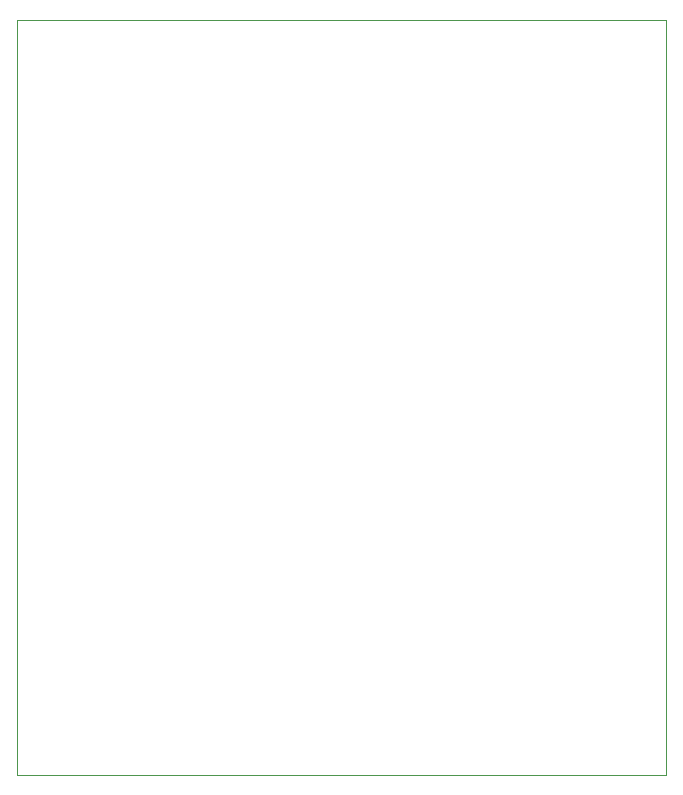
<source format=gbr>
%TF.GenerationSoftware,KiCad,Pcbnew,(6.0.10)*%
%TF.CreationDate,2023-01-13T16:43:44-05:00*%
%TF.ProjectId,dds-sweeper-board,6464732d-7377-4656-9570-65722d626f61,0*%
%TF.SameCoordinates,Original*%
%TF.FileFunction,Profile,NP*%
%FSLAX46Y46*%
G04 Gerber Fmt 4.6, Leading zero omitted, Abs format (unit mm)*
G04 Created by KiCad (PCBNEW (6.0.10)) date 2023-01-13 16:43:44*
%MOMM*%
%LPD*%
G01*
G04 APERTURE LIST*
%TA.AperFunction,Profile*%
%ADD10C,0.100000*%
%TD*%
G04 APERTURE END LIST*
D10*
X32000000Y-35000000D02*
X87000000Y-35000000D01*
X87000000Y-35000000D02*
X87000000Y-99000000D01*
X87000000Y-99000000D02*
X32000000Y-99000000D01*
X32000000Y-99000000D02*
X32000000Y-35000000D01*
M02*

</source>
